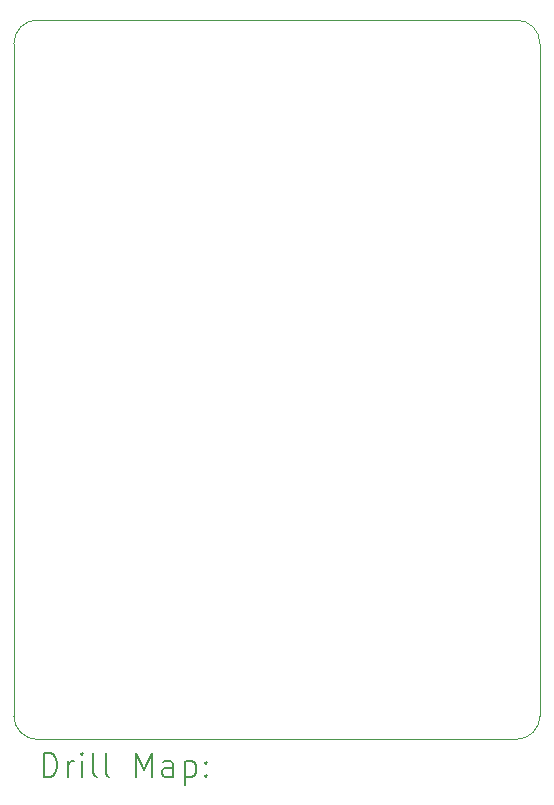
<source format=gbr>
%TF.GenerationSoftware,KiCad,Pcbnew,7.0.10*%
%TF.CreationDate,2024-06-09T22:37:09-03:00*%
%TF.ProjectId,level_translator_4ch,6c657665-6c5f-4747-9261-6e736c61746f,rev?*%
%TF.SameCoordinates,Original*%
%TF.FileFunction,Drillmap*%
%TF.FilePolarity,Positive*%
%FSLAX45Y45*%
G04 Gerber Fmt 4.5, Leading zero omitted, Abs format (unit mm)*
G04 Created by KiCad (PCBNEW 7.0.10) date 2024-06-09 22:37:09*
%MOMM*%
%LPD*%
G01*
G04 APERTURE LIST*
%ADD10C,0.100000*%
%ADD11C,0.200000*%
G04 APERTURE END LIST*
D10*
X11844020Y-13056260D02*
X11844020Y-7365340D01*
X16099180Y-13256260D02*
G75*
G03*
X16299180Y-13056260I0J200000D01*
G01*
X16299180Y-7365340D02*
X16299180Y-13056260D01*
X16299180Y-7365340D02*
G75*
G03*
X16099180Y-7165340I-200000J0D01*
G01*
X12044020Y-7165340D02*
X16099180Y-7165340D01*
X16099180Y-13256260D02*
X12044020Y-13256260D01*
X11844020Y-13056260D02*
G75*
G03*
X12044020Y-13256260I200000J0D01*
G01*
X12044020Y-7165340D02*
G75*
G03*
X11844020Y-7365340I0J-200000D01*
G01*
D11*
X12099797Y-13572744D02*
X12099797Y-13372744D01*
X12099797Y-13372744D02*
X12147416Y-13372744D01*
X12147416Y-13372744D02*
X12175987Y-13382268D01*
X12175987Y-13382268D02*
X12195035Y-13401315D01*
X12195035Y-13401315D02*
X12204559Y-13420363D01*
X12204559Y-13420363D02*
X12214082Y-13458458D01*
X12214082Y-13458458D02*
X12214082Y-13487029D01*
X12214082Y-13487029D02*
X12204559Y-13525125D01*
X12204559Y-13525125D02*
X12195035Y-13544172D01*
X12195035Y-13544172D02*
X12175987Y-13563220D01*
X12175987Y-13563220D02*
X12147416Y-13572744D01*
X12147416Y-13572744D02*
X12099797Y-13572744D01*
X12299797Y-13572744D02*
X12299797Y-13439410D01*
X12299797Y-13477506D02*
X12309321Y-13458458D01*
X12309321Y-13458458D02*
X12318844Y-13448934D01*
X12318844Y-13448934D02*
X12337892Y-13439410D01*
X12337892Y-13439410D02*
X12356940Y-13439410D01*
X12423606Y-13572744D02*
X12423606Y-13439410D01*
X12423606Y-13372744D02*
X12414082Y-13382268D01*
X12414082Y-13382268D02*
X12423606Y-13391791D01*
X12423606Y-13391791D02*
X12433130Y-13382268D01*
X12433130Y-13382268D02*
X12423606Y-13372744D01*
X12423606Y-13372744D02*
X12423606Y-13391791D01*
X12547416Y-13572744D02*
X12528368Y-13563220D01*
X12528368Y-13563220D02*
X12518844Y-13544172D01*
X12518844Y-13544172D02*
X12518844Y-13372744D01*
X12652178Y-13572744D02*
X12633130Y-13563220D01*
X12633130Y-13563220D02*
X12623606Y-13544172D01*
X12623606Y-13544172D02*
X12623606Y-13372744D01*
X12880749Y-13572744D02*
X12880749Y-13372744D01*
X12880749Y-13372744D02*
X12947416Y-13515601D01*
X12947416Y-13515601D02*
X13014082Y-13372744D01*
X13014082Y-13372744D02*
X13014082Y-13572744D01*
X13195035Y-13572744D02*
X13195035Y-13467982D01*
X13195035Y-13467982D02*
X13185511Y-13448934D01*
X13185511Y-13448934D02*
X13166463Y-13439410D01*
X13166463Y-13439410D02*
X13128368Y-13439410D01*
X13128368Y-13439410D02*
X13109321Y-13448934D01*
X13195035Y-13563220D02*
X13175987Y-13572744D01*
X13175987Y-13572744D02*
X13128368Y-13572744D01*
X13128368Y-13572744D02*
X13109321Y-13563220D01*
X13109321Y-13563220D02*
X13099797Y-13544172D01*
X13099797Y-13544172D02*
X13099797Y-13525125D01*
X13099797Y-13525125D02*
X13109321Y-13506077D01*
X13109321Y-13506077D02*
X13128368Y-13496553D01*
X13128368Y-13496553D02*
X13175987Y-13496553D01*
X13175987Y-13496553D02*
X13195035Y-13487029D01*
X13290273Y-13439410D02*
X13290273Y-13639410D01*
X13290273Y-13448934D02*
X13309321Y-13439410D01*
X13309321Y-13439410D02*
X13347416Y-13439410D01*
X13347416Y-13439410D02*
X13366463Y-13448934D01*
X13366463Y-13448934D02*
X13375987Y-13458458D01*
X13375987Y-13458458D02*
X13385511Y-13477506D01*
X13385511Y-13477506D02*
X13385511Y-13534648D01*
X13385511Y-13534648D02*
X13375987Y-13553696D01*
X13375987Y-13553696D02*
X13366463Y-13563220D01*
X13366463Y-13563220D02*
X13347416Y-13572744D01*
X13347416Y-13572744D02*
X13309321Y-13572744D01*
X13309321Y-13572744D02*
X13290273Y-13563220D01*
X13471225Y-13553696D02*
X13480749Y-13563220D01*
X13480749Y-13563220D02*
X13471225Y-13572744D01*
X13471225Y-13572744D02*
X13461702Y-13563220D01*
X13461702Y-13563220D02*
X13471225Y-13553696D01*
X13471225Y-13553696D02*
X13471225Y-13572744D01*
X13471225Y-13448934D02*
X13480749Y-13458458D01*
X13480749Y-13458458D02*
X13471225Y-13467982D01*
X13471225Y-13467982D02*
X13461702Y-13458458D01*
X13461702Y-13458458D02*
X13471225Y-13448934D01*
X13471225Y-13448934D02*
X13471225Y-13467982D01*
M02*

</source>
